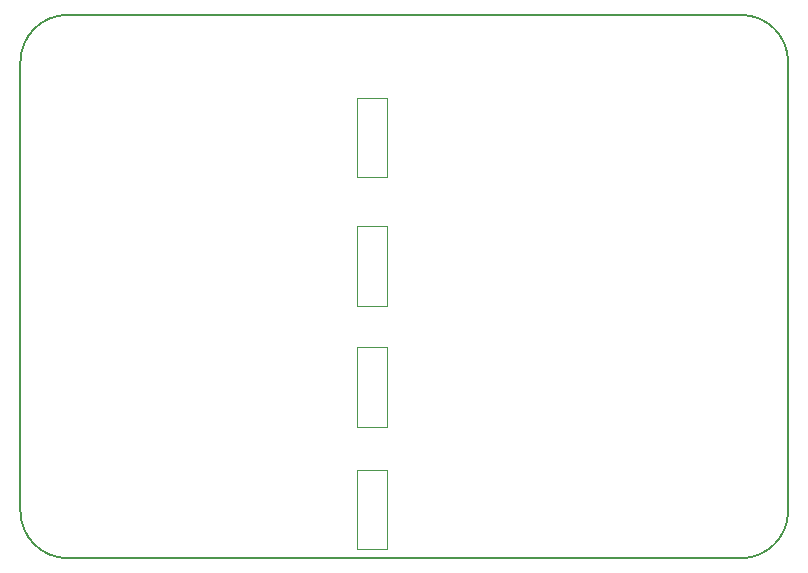
<source format=gm1>
G04 #@! TF.GenerationSoftware,KiCad,Pcbnew,9.0.6*
G04 #@! TF.CreationDate,2025-12-24T13:11:47-08:00*
G04 #@! TF.ProjectId,pifire-relay-module-SSR,70696669-7265-42d7-9265-6c61792d6d6f,v1.0.2*
G04 #@! TF.SameCoordinates,Original*
G04 #@! TF.FileFunction,Profile,NP*
%FSLAX46Y46*%
G04 Gerber Fmt 4.6, Leading zero omitted, Abs format (unit mm)*
G04 Created by KiCad (PCBNEW 9.0.6) date 2025-12-24 13:11:47*
%MOMM*%
%LPD*%
G01*
G04 APERTURE LIST*
G04 #@! TA.AperFunction,Profile*
%ADD10C,0.050000*%
G04 #@! TD*
G04 #@! TA.AperFunction,Profile*
%ADD11C,0.200000*%
G04 #@! TD*
G04 APERTURE END LIST*
D10*
X53500000Y-53125000D02*
X56000000Y-53125000D01*
X56000000Y-59875000D01*
X53500000Y-59875000D01*
X53500000Y-53125000D01*
D11*
X90000000Y-29000000D02*
X90000000Y-67000000D01*
X29000000Y-25000000D02*
X86000000Y-25000000D01*
D10*
X53500000Y-32000000D02*
X56000000Y-32000000D01*
X56000000Y-38750000D01*
X53500000Y-38750000D01*
X53500000Y-32000000D01*
X53500000Y-63500000D02*
X56000000Y-63500000D01*
X56000000Y-70250000D01*
X53500000Y-70250000D01*
X53500000Y-63500000D01*
X53500000Y-42875000D02*
X56000000Y-42875000D01*
X56000000Y-49625000D01*
X53500000Y-49625000D01*
X53500000Y-42875000D01*
D11*
X86000000Y-25000000D02*
G75*
G02*
X90000000Y-29000000I0J-4000000D01*
G01*
X86000000Y-71000000D02*
X29000000Y-71000000D01*
X25000000Y-29000000D02*
G75*
G02*
X29000000Y-25000000I4000000J0D01*
G01*
X90000000Y-67000000D02*
G75*
G02*
X86000000Y-71000000I-4000000J0D01*
G01*
X29000000Y-71000000D02*
G75*
G02*
X25000000Y-67000000I0J4000000D01*
G01*
X25000000Y-67000000D02*
X25000000Y-29000000D01*
M02*

</source>
